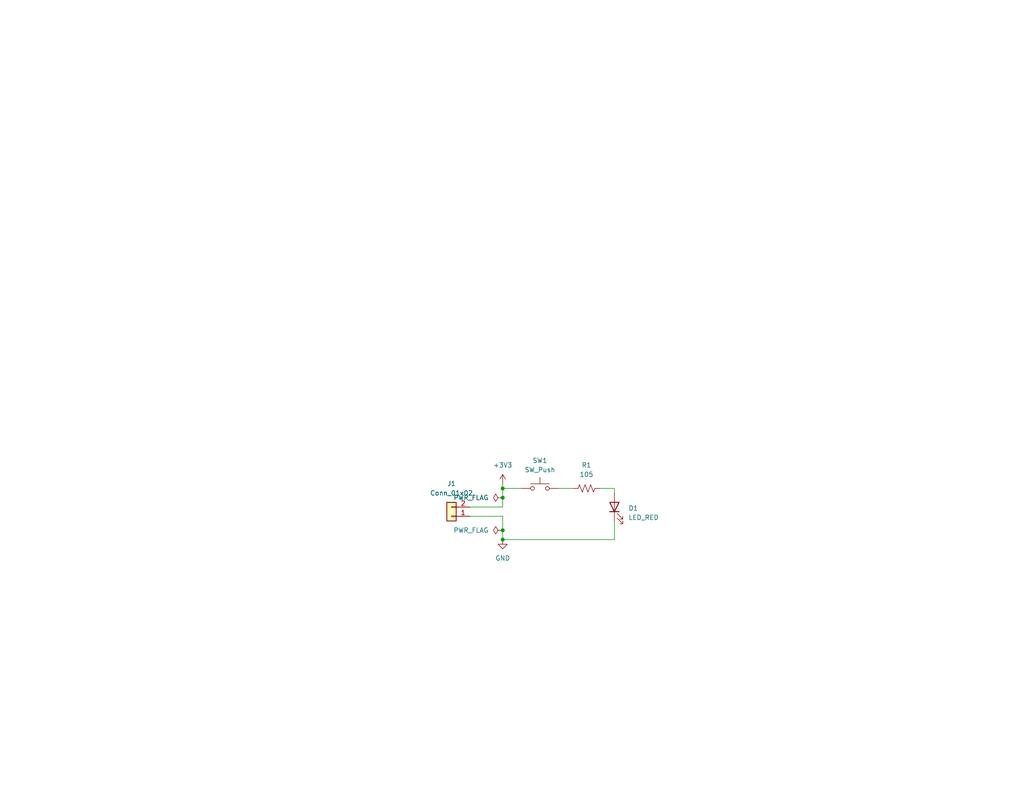
<source format=kicad_sch>
(kicad_sch (version 20231120) (generator "eeschema") (generator_version "8.0")
  (paper "USLetter")
  (title_block (title "LED Project") (date "2025-09-17") (rev "1.0") (company "Illini Solar Car") (comment 1 "Designed By: Aruzhan"))
  (lib_symbols
    (symbol "Connector_Generic:Conn_01x02" (pin_names (offset 1.016) hide)
      (property "Reference" "J" (at 0 2.54 0))
      (property "Value" "Conn_01x02" (at 0 -5.08 0))
      (symbol "Conn_01x02_1_1"
        (rectangle (start -1.27 -2.413) (end 0 -2.667) (stroke (width 0.1524)))
        (rectangle (start -1.27 0.127) (end 0 -0.127) (stroke (width 0.1524)))
        (rectangle (start -1.27 1.27) (end 1.27 -3.81) (stroke (width 0.254)) (fill (type background)))
        (pin passive line (at -5.08 0 0) (length 3.81) (name "Pin_1") (number "1"))
        (pin passive line (at -5.08 -2.54 0) (length 3.81) (name "Pin_2") (number "2"))
      )
    )
    (symbol "Device:R_US" (pin_numbers hide) (pin_names (offset 0))
      (property "Reference" "R" (at 2.54 0 90))
      (property "Value" "R_US" (at -2.54 0 90))
      (symbol "R_US_0_1"
        (polyline (pts (xy 0 -2.286) (xy 0 -2.54)))
        (polyline (pts (xy 0 2.286) (xy 0 2.54)))
        (polyline (pts (xy 0 -0.762) (xy 1.016 -1.143) (xy 0 -1.524) (xy -1.016 -1.905) (xy 0 -2.286)))
        (polyline (pts (xy 0 0.762) (xy 1.016 0.381) (xy 0 0) (xy -1.016 -0.381) (xy 0 -0.762)))
        (polyline (pts (xy 0 2.286) (xy 1.016 1.905) (xy 0 1.524) (xy -1.016 1.143) (xy 0 0.762)))
      )
      (symbol "R_US_1_1"
        (pin passive line (at 0 3.81 270) (length 1.27) (name "~") (number "1"))
        (pin passive line (at 0 -3.81 90) (length 1.27) (name "~") (number "2"))
      )
    )
    (symbol "Switch:SW_Push" (pin_numbers hide) (pin_names (offset 1.016) hide)
      (property "Reference" "SW" (at 1.27 2.54 0))
      (property "Value" "SW_Push" (at 0 -1.524 0))
      (symbol "SW_Push_0_1"
        (circle (center -2.032 0) (radius 0.508))
        (polyline (pts (xy 0 1.27) (xy 0 3.048)))
        (polyline (pts (xy 2.54 1.27) (xy -2.54 1.27)))
        (circle (center 2.032 0) (radius 0.508))
        (pin passive line (at -5.08 0 0) (length 2.54) (name "1") (number "1"))
        (pin passive line (at 5.08 0 180) (length 2.54) (name "2") (number "2"))
      )
    )
    (symbol "device:LED" (pin_numbers hide) (pin_names (offset 1.016) hide)
      (property "Reference" "D" (at 0 2.54 0))
      (property "Value" "LED" (at 0 -2.54 0))
      (symbol "LED_0_1"
        (polyline (pts (xy -1.27 -1.27) (xy -1.27 1.27)) (stroke (width 0.254)))
        (polyline (pts (xy -1.27 0) (xy 1.27 0)))
        (polyline (pts (xy 1.27 -1.27) (xy 1.27 1.27) (xy -1.27 0) (xy 1.27 -1.27)) (stroke (width 0.254)))
        (polyline (pts (xy -3.048 -0.762) (xy -4.572 -2.286) (xy -3.81 -2.286) (xy -4.572 -2.286) (xy -4.572 -1.524)))
        (polyline (pts (xy -1.778 -0.762) (xy -3.302 -2.286) (xy -2.54 -2.286) (xy -3.302 -2.286) (xy -3.302 -1.524)))
      )
      (symbol "LED_1_1"
        (pin passive line (at -3.81 0 0) (length 2.54) (name "K") (number "1"))
        (pin passive line (at 3.81 0 180) (length 2.54) (name "A") (number "2"))
      )
    )
    (symbol "power:+3V3" (power) (pin_names (offset 0))
      (property "Value" "+3V3" (at 0 3.556 0))
      (symbol "+3V3_0_1"
        (polyline (pts (xy -0.762 1.27) (xy 0 2.54)))
        (polyline (pts (xy 0 0) (xy 0 2.54)))
        (polyline (pts (xy 0 2.54) (xy 0.762 1.27)))
      )
      (symbol "+3V3_1_1"
        (pin power_in line (at 0 0 90) (length 0) hide (name "+3V3") (number "1"))
      )
    )
    (symbol "power:GND" (power) (pin_names (offset 0))
      (property "Value" "GND" (at 0 -3.81 0))
      (symbol "GND_0_1"
        (polyline (pts (xy 0 0) (xy 0 -1.27) (xy 1.27 -1.27) (xy 0 -2.54) (xy -1.27 -1.27) (xy 0 -1.27)))
      )
      (symbol "GND_1_1"
        (pin power_in line (at 0 0 270) (length 0) hide (name "GND") (number "1"))
      )
    )
    (symbol "power:PWR_FLAG" (power) (pin_numbers hide) (pin_names (offset 0) hide)
      (property "Value" "PWR_FLAG" (at 0 3.81 0))
      (symbol "PWR_FLAG_0_0"
        (pin power_out line (at 0 0 90) (length 0) (name "pwr") (number "1"))
      )
      (symbol "PWR_FLAG_0_1"
        (polyline (pts (xy 0 0) (xy 0 1.27) (xy -1.016 1.905) (xy 0 2.54) (xy 1.016 1.905) (xy 0 1.27)))
      )
    )
  )
  (junction (at 137.16 135.89))
  (junction (at 137.16 147.32))
  (junction (at 137.16 144.78))
  (junction (at 137.16 133.35))
  (wire (pts (xy 128.27 140.97) (xy 137.16 140.97)))
  (wire (pts (xy 137.16 133.35) (xy 137.16 132.08)))
  (wire (pts (xy 137.16 144.78) (xy 137.16 147.32)))
  (wire (pts (xy 137.16 140.97) (xy 137.16 144.78)))
  (wire (pts (xy 137.16 147.32) (xy 167.64 147.32)))
  (wire (pts (xy 152.4 133.35) (xy 156.21 133.35)))
  (wire (pts (xy 137.16 138.43) (xy 137.16 135.89)))
  (wire (pts (xy 137.16 135.89) (xy 137.16 133.35)))
  (wire (pts (xy 167.64 142.24) (xy 167.64 147.32)))
  (wire (pts (xy 137.16 133.35) (xy 142.24 133.35)))
  (wire (pts (xy 128.27 138.43) (xy 137.16 138.43)))
  (wire (pts (xy 167.64 133.35) (xy 167.64 134.62)))
  (wire (pts (xy 163.83 133.35) (xy 167.64 133.35)))
  (symbol (lib_id "power:+3V3") (at 137.16 132.08 0) (unit 1)
    (property "Reference" "#PWR01" (effects (hide yes)))
    (property "Value" "+3V3" (at 137.16 127 0))
    (property "Description" "Power symbol creates a global label with name \"+3V3\"" (effects (hide yes)))
  )
  (symbol (lib_id "power:GND") (at 137.16 147.32 0) (unit 1)
    (property "Reference" "#PWR02" (effects (hide yes)))
    (property "Value" "GND" (at 137.16 152.4 0))
    (property "Description" "Power symbol creates a global label with name \"GND\" , ground" (effects (hide yes)))
  )
  (symbol (lib_id "power:PWR_FLAG") (at 137.16 144.78 90) (unit 1)
    (property "Reference" "#FLG02" (effects (hide yes)))
    (property "Value" "PWR_FLAG" (at 133.35 144.7799 90) (effects (justify left)))
    (property "Description" "Special symbol for telling ERC where power comes from" (effects (hide yes)))
  )
  (symbol (lib_id "Connector_Generic:Conn_01x02") (at 123.19 140.97 180) (unit 1)
    (property "Reference" "J1" (at 123.19 132.08 0))
    (property "Value" "Conn_01x02" (at 123.19 134.62 0))
    (property "Footprint" "Connector_Molex:Molex_KK-254_AE-6410-02A_1x02_P2.54mm_Vertical" (effects (hide yes)))
    (property "Datasheet" "https://www.molex.com/content/dam/molex/molex-dot-com/products/automated/en-us/salesdrawingpdf/641/6410/022272021_sd.pdf?inline" (effects (hide yes)))
    (property "Description" "Generic connector, single row, 01x02, script generated (kicad-library-utils/schlib/autogen/connector/)" (effects (hide yes)))
    (property "MPN" "1825910-6" (effects (hide yes)))
  )
  (symbol (lib_id "Switch:SW_Push") (at 147.32 133.35 0) (unit 1)
    (property "Reference" "SW1" (at 147.32 125.73 0))
    (property "Value" "SW_Push" (at 147.32 128.27 0))
    (property "Footprint" "Button_Switch_SMD:SW_DIP_SPSTx01_Slide_6.7x4.1mm_W8.61mm_P2.54mm_LowProfile" (effects (hide yes)))
    (property "Datasheet" "https://www.te.com/commerce/DocumentDelivery/DDEController?Action=srchrtrv&DocNm=1308111-1_SWITCHES_CORE_PROGRAM_CATALOG&DocType=Catalog%20Section&DocLang=English&DocFormat=pdf&PartCntxt=1825910-6" (effects (hide yes)))
    (property "Description" "Push button switch, generic, two pins" (effects (hide yes)))
    (property "MPN" "022272021" (effects (hide yes)))
  )
  (symbol (lib_id "power:PWR_FLAG") (at 137.16 135.89 90) (unit 1)
    (property "Reference" "#FLG01" (effects (hide yes)))
    (property "Value" "PWR_FLAG" (at 133.35 135.8899 90) (effects (justify left)))
    (property "Description" "Special symbol for telling ERC where power comes from" (effects (hide yes)))
  )
  (symbol (lib_id "device:LED") (at 167.64 138.43 90) (unit 1)
    (property "Reference" "D1" (at 171.45 138.7474 90) (effects (justify right)))
    (property "Value" "LED_RED" (at 171.45 141.2874 90) (effects (justify right)))
    (property "Footprint" "layout:LED_0603_Symbol_on_F.SilkS" (effects (hide yes)))
    (property "Description" "Light emitting diode" (effects (hide yes)))
  )
  (symbol (lib_id "Device:R_US") (at 160.02 133.35 90) (unit 1)
    (property "Reference" "R1" (at 160.02 127 90))
    (property "Value" "105" (at 160.02 129.54 90))
    (property "Footprint" "Resistor_SMD:R_0603_1608Metric_Pad0.98x0.95mm_HandSolder" (effects (hide yes)))
    (property "Description" "Resistor, US symbol" (effects (hide yes)))
  )
)
</source>
